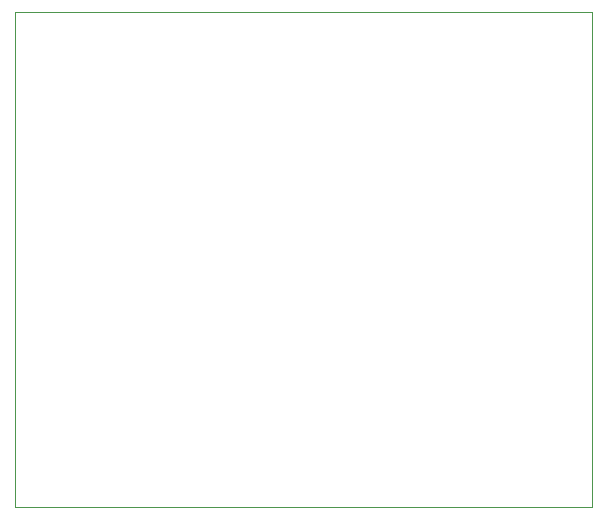
<source format=gm1>
G04 #@! TF.GenerationSoftware,KiCad,Pcbnew,(5.1.4)-1*
G04 #@! TF.CreationDate,2019-11-01T10:34:41-04:00*
G04 #@! TF.ProjectId,wiproc,77697072-6f63-42e6-9b69-6361645f7063,rev?*
G04 #@! TF.SameCoordinates,Original*
G04 #@! TF.FileFunction,Profile,NP*
%FSLAX46Y46*%
G04 Gerber Fmt 4.6, Leading zero omitted, Abs format (unit mm)*
G04 Created by KiCad (PCBNEW (5.1.4)-1) date 2019-11-01 10:34:41*
%MOMM*%
%LPD*%
G04 APERTURE LIST*
%ADD10C,0.050000*%
G04 APERTURE END LIST*
D10*
X113030000Y-111760000D02*
X113030000Y-69850000D01*
X161925000Y-111760000D02*
X113030000Y-111760000D01*
X161925000Y-69850000D02*
X161925000Y-111760000D01*
X113030000Y-69850000D02*
X161925000Y-69850000D01*
M02*

</source>
